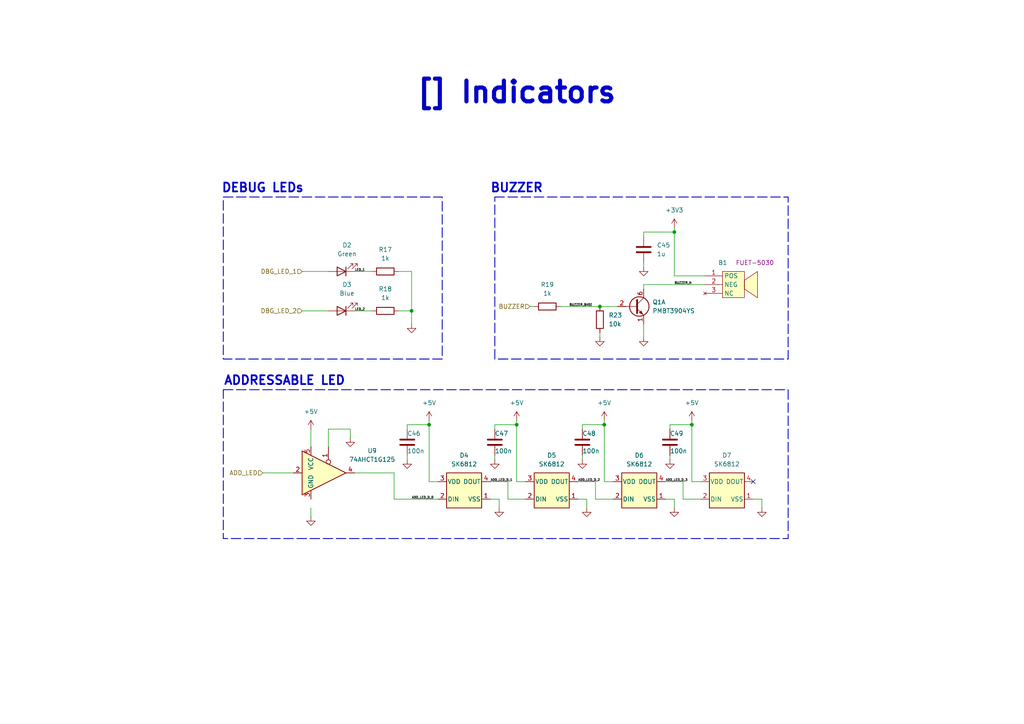
<source format=kicad_sch>
(kicad_sch (version 20250114) (generator "eeschema") (generator_version "9.0")
  (paper "A4")
  (title_block (title "Indicators") (date "2025-12-13") (rev "1.0") (company "Hoppen"))
  (lib_symbols
    (symbol "0_indicators:FUET-5030"
      (property "Reference" "B" (at -5.08 1.27 0))
      (property "Name" "FUET-5030" (at 3.81 1.27 0))
      (symbol "FUET-5030_0_1"
        (rectangle (start -5.08 0) (end 1.27 -7.62) (fill (type background)))
        (polyline (pts (xy 1.27 -2.54) (xy 5.08 0) (xy 5.08 -7.62) (xy 1.27 -5.08) (xy 1.27 -2.54)) (fill (type background)))
      )
      (symbol "FUET-5030_1_1"
        (pin power_in line (at -10.16 -1.27 0) (length 5.08) (name "POS") (number "1"))
        (pin power_in line (at -10.16 -3.81 0) (length 5.08) (name "NEG") (number "2"))
        (pin no_connect line (at -10.16 -6.35 0) (length 5.08) (name "NC") (number "3"))
      )
    )
    (symbol "0_indicators:SK6812" (pin_names (offset 0.254))
      (property "Reference" "D" (at -3.81 6.35 0))
      (property "Value" "SK6812" (at 0 7.62 0))
      (symbol "SK6812_0_1"
        (rectangle (start -5.08 5.08) (end 5.08 -5.08) (stroke (width 0.254)) (fill (type background)))
      )
      (symbol "SK6812_1_1"
        (pin power_in line (at -7.62 2.54 0) (length 2.54) (name "VDD") (number "3"))
        (pin input line (at -7.62 -2.54 0) (length 2.54) (name "DIN") (number "2"))
        (pin output line (at 7.62 2.54 180) (length 2.54) (name "DOUT") (number "4"))
        (pin power_in line (at 7.62 -2.54 180) (length 2.54) (name "VSS") (number "1"))
      )
    )
    (symbol "0_transceivers:74AHCT1G125"
      (property "Reference" "U" (at 3.81 3.81 0))
      (property "Value" "74AHCT1G125" (at 12.7 3.81 0))
      (symbol "74AHCT1G125_0_1"
        (polyline (pts (xy -7.62 6.35) (xy -7.62 -6.35) (xy 5.08 0) (xy -7.62 6.35)) (stroke (width 0.254)) (fill (type background)))
      )
      (symbol "74AHCT1G125_1_1"
        (pin input line (at -10.16 0 0) (length 2.54) (name "~") (number "2"))
        (pin power_in line (at -5.08 7.62 270) (length 2.54) (name "VCC") (number "5"))
        (pin power_in line (at -5.08 -7.62 90) (length 2.54) (name "GND") (number "3"))
        (pin input inverted (at 0 7.62 270) (length 5.08) (name "~") (number "1"))
        (pin tri_state line (at 7.62 0 180) (length 2.54) (name "~") (number "4"))
      )
    )
    (symbol "0_transistors:PMBT3904YS" (pin_names (offset 0) (hide yes))
      (property "Reference" "Q" (at 5.08 1.27 0))
      (property "Value" "PMBT3904YS" (at 5.08 -1.27 0))
      (symbol "PMBT3904YS_0_1"
        (polyline (pts (xy 0.635 1.905) (xy 0.635 -1.905)) (stroke (width 0.508)))
        (polyline (pts (xy 0.635 0.635) (xy 2.54 2.54)))
        (polyline (pts (xy 0.635 0) (xy -2.54 0)))
        (polyline (pts (xy 0.635 -0.635) (xy 2.54 -2.54)))
        (circle (center 1.27 0) (radius 2.8194) (stroke (width 0.254)))
        (polyline (pts (xy 1.27 -1.778) (xy 1.778 -1.27) (xy 2.286 -2.286) (xy 1.27 -1.778)) (fill (type outline)))
      )
      (symbol "PMBT3904YS_1_1"
        (pin input line (at -5.08 0 0) (length 2.54) (name "B1") (number "2"))
        (pin passive line (at 2.54 5.08 270) (length 2.54) (name "C1") (number "6"))
        (pin passive line (at 2.54 -5.08 90) (length 2.54) (name "E1") (number "1"))
      )
      (symbol "PMBT3904YS_2_1"
        (pin input line (at -5.08 0 0) (length 2.54) (name "B2") (number "5"))
        (pin passive line (at 2.54 5.08 270) (length 2.54) (name "C2") (number "3"))
        (pin passive line (at 2.54 -5.08 90) (length 2.54) (name "E2") (number "4"))
      )
    )
    (symbol "Device:C" (pin_numbers (hide yes)) (pin_names (offset 0.254))
      (property "Reference" "C" (at 0.635 2.54 0))
      (property "Value" "C" (at 0.635 -2.54 0))
      (symbol "C_0_1"
        (polyline (pts (xy -2.032 0.762) (xy 2.032 0.762)) (stroke (width 0.508)))
        (polyline (pts (xy -2.032 -0.762) (xy 2.032 -0.762)) (stroke (width 0.508)))
      )
      (symbol "C_1_1"
        (pin passive line (at 0 3.81 270) (length 2.794) (name "~") (number "1"))
        (pin passive line (at 0 -3.81 90) (length 2.794) (name "~") (number "2"))
      )
    )
    (symbol "Device:LED" (pin_numbers (hide yes)) (pin_names (offset 1.016) (hide yes))
      (property "Reference" "D" (at 0 2.54 0))
      (property "Value" "LED" (at 0 -2.54 0))
      (symbol "LED_0_1"
        (polyline (pts (xy -3.048 -0.762) (xy -4.572 -2.286) (xy -3.81 -2.286) (xy -4.572 -2.286) (xy -4.572 -1.524)))
        (polyline (pts (xy -1.778 -0.762) (xy -3.302 -2.286) (xy -2.54 -2.286) (xy -3.302 -2.286) (xy -3.302 -1.524)))
        (polyline (pts (xy -1.27 0) (xy 1.27 0)))
        (polyline (pts (xy -1.27 -1.27) (xy -1.27 1.27)) (stroke (width 0.254)))
        (polyline (pts (xy 1.27 -1.27) (xy 1.27 1.27) (xy -1.27 0) (xy 1.27 -1.27)) (stroke (width 0.254)))
      )
      (symbol "LED_1_1"
        (pin passive line (at -3.81 0 0) (length 2.54) (name "K") (number "1"))
        (pin passive line (at 3.81 0 180) (length 2.54) (name "A") (number "2"))
      )
    )
    (symbol "Device:R" (pin_numbers (hide yes)) (pin_names (offset 0))
      (property "Reference" "R" (at 2.032 0 90))
      (property "Value" "R" (at 0 0 90))
      (symbol "R_0_1"
        (rectangle (start -1.016 -2.54) (end 1.016 2.54) (stroke (width 0.254)))
      )
      (symbol "R_1_1"
        (pin passive line (at 0 3.81 270) (length 1.27) (name "~") (number "1"))
        (pin passive line (at 0 -3.81 90) (length 1.27) (name "~") (number "2"))
      )
    )
    (symbol "power:+3.3V" (power) (pin_numbers (hide yes)) (pin_names (offset 0) (hide yes))
      (property "Value" "+3.3V" (at 0 3.556 0))
      (symbol "+3.3V_0_1"
        (polyline (pts (xy -0.762 1.27) (xy 0 2.54)))
        (polyline (pts (xy 0 2.54) (xy 0.762 1.27)))
        (polyline (pts (xy 0 0) (xy 0 2.54)))
      )
      (symbol "+3.3V_1_1"
        (pin power_in line (at 0 0 90) (length 0) (name "~") (number "1"))
      )
    )
    (symbol "power:GND" (power) (pin_numbers (hide yes)) (pin_names (offset 0) (hide yes))
      (property "Value" "GND" (at 0 -3.81 0))
      (symbol "GND_0_1"
        (polyline (pts (xy 0 0) (xy 0 -1.27) (xy 1.27 -1.27) (xy 0 -2.54) (xy -1.27 -1.27) (xy 0 -1.27)))
      )
      (symbol "GND_1_1"
        (pin power_in line (at 0 0 270) (length 0) (name "~") (number "1"))
      )
    )
  )
  (rectangle (start 143.51 57.15) (end 228.6 104.14) (stroke (width 0.254) (type dash)))
  (rectangle (start 64.77 57.15) (end 128.27 104.14) (stroke (width 0.254) (type dash)))
  (rectangle (start 64.77 113.03) (end 228.6 156.21) (stroke (width 0.254) (type dash)))
  (text "ADDRESSABLE LED" (at 82.55 110.49 0) (effects (font (size 2.54 2.54) (thickness 0.508) (bold yes))))
  (text "DEBUG LEDs" (at 76.2 54.61 0) (effects (font (size 2.54 2.54) (thickness 0.508) (bold yes))))
  (text "BUZZER" (at 149.86 54.61 0) (effects (font (size 2.54 2.54) (thickness 0.508) (bold yes))))
  (text_box "[${#}] ${TITLE}" (at 102.87 20.32 0) (size 93.98 12.7) (margins 4.4999 4.4999 4.4999 4.4999) (stroke (width -0.0001)) (effects (font (size 6 6) (thickness 1.2) (bold yes))))
  (junction (at 175.26 123.19))
  (junction (at 124.46 123.19))
  (junction (at 173.99 88.9))
  (junction (at 195.58 67.31))
  (junction (at 200.66 123.19))
  (junction (at 149.86 123.19))
  (junction (at 119.38 90.17))
  (no_connect (at 218.44 139.7))
  (wire (pts (xy 200.66 123.19) (xy 200.66 121.92)))
  (wire (pts (xy 200.66 139.7) (xy 200.66 123.19)))
  (wire (pts (xy 168.91 123.19) (xy 168.91 124.46)))
  (wire (pts (xy 114.3 137.16) (xy 114.3 144.78)))
  (wire (pts (xy 124.46 139.7) (xy 124.46 123.19)))
  (wire (pts (xy 143.51 123.19) (xy 143.51 124.46)))
  (wire (pts (xy 170.18 144.78) (xy 167.64 144.78)))
  (wire (pts (xy 149.86 123.19) (xy 149.86 139.7)))
  (wire (pts (xy 194.31 132.08) (xy 194.31 133.35)))
  (wire (pts (xy 204.47 80.01) (xy 195.58 80.01)))
  (wire (pts (xy 172.72 144.78) (xy 177.8 144.78)))
  (wire (pts (xy 186.69 68.58) (xy 186.69 67.31)))
  (wire (pts (xy 102.87 78.74) (xy 107.95 78.74)))
  (wire (pts (xy 175.26 121.92) (xy 175.26 123.19)))
  (wire (pts (xy 177.8 139.7) (xy 175.26 139.7)))
  (wire (pts (xy 193.04 139.7) (xy 198.12 139.7)))
  (wire (pts (xy 124.46 123.19) (xy 124.46 121.92)))
  (wire (pts (xy 152.4 139.7) (xy 149.86 139.7)))
  (wire (pts (xy 87.63 90.17) (xy 95.25 90.17)))
  (wire (pts (xy 118.11 123.19) (xy 118.11 124.46)))
  (wire (pts (xy 198.12 144.78) (xy 203.2 144.78)))
  (wire (pts (xy 143.51 132.08) (xy 143.51 133.35)))
  (wire (pts (xy 153.67 88.9) (xy 154.94 88.9)))
  (wire (pts (xy 186.69 82.55) (xy 186.69 83.82)))
  (wire (pts (xy 186.69 67.31) (xy 195.58 67.31)))
  (wire (pts (xy 115.57 90.17) (xy 119.38 90.17)))
  (wire (pts (xy 194.31 123.19) (xy 194.31 124.46)))
  (wire (pts (xy 76.2 137.16) (xy 85.09 137.16)))
  (wire (pts (xy 102.87 90.17) (xy 107.95 90.17)))
  (wire (pts (xy 162.56 88.9) (xy 173.99 88.9)))
  (wire (pts (xy 95.25 124.46) (xy 95.25 129.54)))
  (wire (pts (xy 95.25 124.46) (xy 101.6 124.46)))
  (wire (pts (xy 195.58 144.78) (xy 193.04 144.78)))
  (wire (pts (xy 127 139.7) (xy 124.46 139.7)))
  (wire (pts (xy 168.91 123.19) (xy 175.26 123.19)))
  (wire (pts (xy 195.58 67.31) (xy 195.58 66.04)))
  (wire (pts (xy 143.51 123.19) (xy 149.86 123.19)))
  (wire (pts (xy 173.99 88.9) (xy 179.07 88.9)))
  (wire (pts (xy 172.72 139.7) (xy 172.72 144.78)))
  (wire (pts (xy 142.24 139.7) (xy 147.32 139.7)))
  (wire (pts (xy 149.86 123.19) (xy 149.86 121.92)))
  (wire (pts (xy 203.2 139.7) (xy 200.66 139.7)))
  (wire (pts (xy 218.44 144.78) (xy 220.98 144.78)))
  (wire (pts (xy 194.31 123.19) (xy 200.66 123.19)))
  (wire (pts (xy 102.87 137.16) (xy 114.3 137.16)))
  (wire (pts (xy 90.17 147.32) (xy 90.17 149.86)))
  (wire (pts (xy 195.58 147.32) (xy 195.58 144.78)))
  (wire (pts (xy 175.26 123.19) (xy 175.26 139.7)))
  (wire (pts (xy 90.17 124.46) (xy 90.17 129.54)))
  (wire (pts (xy 119.38 90.17) (xy 119.38 93.98)))
  (wire (pts (xy 115.57 78.74) (xy 119.38 78.74)))
  (wire (pts (xy 147.32 144.78) (xy 152.4 144.78)))
  (wire (pts (xy 119.38 78.74) (xy 119.38 90.17)))
  (wire (pts (xy 168.91 132.08) (xy 168.91 133.35)))
  (wire (pts (xy 87.63 78.74) (xy 95.25 78.74)))
  (wire (pts (xy 220.98 144.78) (xy 220.98 147.32)))
  (wire (pts (xy 186.69 97.79) (xy 186.69 93.98)))
  (wire (pts (xy 167.64 139.7) (xy 172.72 139.7)))
  (wire (pts (xy 195.58 67.31) (xy 195.58 80.01)))
  (wire (pts (xy 170.18 147.32) (xy 170.18 144.78)))
  (wire (pts (xy 173.99 97.79) (xy 173.99 96.52)))
  (wire (pts (xy 118.11 123.19) (xy 124.46 123.19)))
  (wire (pts (xy 144.78 147.32) (xy 144.78 144.78)))
  (wire (pts (xy 147.32 139.7) (xy 147.32 144.78)))
  (wire (pts (xy 198.12 139.7) (xy 198.12 144.78)))
  (wire (pts (xy 144.78 144.78) (xy 142.24 144.78)))
  (wire (pts (xy 101.6 124.46) (xy 101.6 127)))
  (wire (pts (xy 114.3 144.78) (xy 127 144.78)))
  (wire (pts (xy 118.11 132.08) (xy 118.11 133.35)))
  (wire (pts (xy 186.69 82.55) (xy 204.47 82.55)))
  (wire (pts (xy 186.69 76.2) (xy 186.69 77.47)))
  (label "LED_2" (at 102.87 90.17 0) (effects (font (size 0.635 0.635))))
  (label "BUZZER_N" (at 195.58 82.55 0) (effects (font (size 0.635 0.635))))
  (label "ADD_LED_D_2" (at 167.64 139.7 0) (effects (font (size 0.635 0.635))))
  (label "BUZZER_BASE" (at 165.1 88.9 0) (effects (font (size 0.635 0.635))))
  (label "ADD_LED_D_3" (at 193.04 139.7 0) (effects (font (size 0.635 0.635))))
  (label "ADD_LED_D_0" (at 119.38 144.78 0) (effects (font (size 0.635 0.635))))
  (label "ADD_LED_D_1" (at 142.24 139.7 0) (effects (font (size 0.635 0.635))))
  (label "LED_1" (at 102.87 78.74 0) (effects (font (size 0.635 0.635))))
  (hierarchical_label "DBG_LED_1" (shape input) (at 87.63 78.74 180))
  (hierarchical_label "ADD_LED" (shape input) (at 76.2 137.16 180))
  (hierarchical_label "DBG_LED_2" (shape input) (at 87.63 90.17 180))
  (hierarchical_label "BUZZER" (shape input) (at 153.67 88.9 180))
  (symbol (lib_id "power:GND") (at 118.11 133.35 0) (unit 1)
    (property "Reference" "#PWR073" (effects (hide yes)))
    (property "Value" "GND" (effects (hide yes)))
    (property "Description" "Power symbol creates a global label with name \"GND\" , ground" (effects (hide yes)))
  )
  (symbol (lib_id "power:GND") (at 90.17 149.86 0) (unit 1)
    (property "Reference" "#PWR076" (effects (hide yes)))
    (property "Value" "GND" (effects (hide yes)))
    (property "Description" "Power symbol creates a global label with name \"GND\" , ground" (effects (hide yes)))
  )
  (symbol (lib_id "0_transistors:PMBT3904YS") (at 184.15 88.9 0) (unit 1)
    (property "Reference" "Q1" (at 189.23 87.6299 0) (effects (justify left)))
    (property "Value" "PMBT3904YS" (at 189.23 90.1699 0) (effects (justify left)))
    (property "Footprint" "Package_TO_SOT_SMD:SOT-363_SC-70-6" (effects (hide yes)))
    (property "Datasheet" "https://assets.nexperia.com/documents/data-sheet/PMBT3904YS.pdf" (effects (hide yes)))
    (property "Description" "200mA IC, 40V Vce, Dual NPN/NPN Transistors, SOT-363" (effects (hide yes)))
  )
  (symbol (lib_id "0_indicators:SK6812") (at 185.42 142.24 0) (unit 1)
    (property "Reference" "D6" (at 185.42 132.08 0))
    (property "Value" "SK6812" (at 185.42 134.62 0))
    (property "Footprint" "LED_SMD:LED_SK6812_PLCC4_5.0x5.0mm_P3.2mm" (effects (hide yes)))
    (property "Datasheet" "https://cdn-shop.adafruit.com/product-files/1138/SK6812+LED+datasheet+.pdf" (effects (hide yes)))
    (property "Description" "RGB LED with integrated controller" (effects (hide yes)))
  )
  (symbol (lib_id "power:GND") (at 101.6 127 0) (unit 1)
    (property "Reference" "#PWR082" (effects (hide yes)))
    (property "Value" "GND" (effects (hide yes)))
    (property "Description" "Power symbol creates a global label with name \"GND\" , ground" (effects (hide yes)))
  )
  (symbol (lib_id "power:GND") (at 186.69 77.47 0) (unit 1)
    (property "Reference" "#PWR062" (effects (hide yes)))
    (property "Value" "GND" (effects (hide yes)))
    (property "Description" "Power symbol creates a global label with name \"GND\" , ground" (effects (hide yes)))
  )
  (symbol (lib_id "Device:C") (at 143.51 128.27 0) (unit 1)
    (property "Reference" "C47" (at 143.51 125.73 0) (effects (justify left)))
    (property "Value" "100n" (at 143.51 130.81 0) (effects (justify left)))
    (property "Footprint" "0_resistor_smd:R_0603_1608Metric" (effects (hide yes)))
    (property "Description" "Unpolarized capacitor" (effects (hide yes)))
  )
  (symbol (lib_id "Device:LED") (at 99.06 78.74 180) (unit 1)
    (property "Reference" "D2" (at 100.6475 71.12 0))
    (property "Value" "Green" (at 100.6475 73.66 0))
    (property "Description" "Light emitting diode" (effects (hide yes)))
    (property "Sim.Pins" "1=K 2=A" (effects (hide yes)))
  )
  (symbol (lib_id "power:+3.3V") (at 90.17 124.46 0) (unit 1)
    (property "Reference" "#PWR077" (effects (hide yes)))
    (property "Value" "+5V" (at 90.17 119.38 0))
    (property "Description" "Power symbol creates a global label with name \"+3.3V\"" (effects (hide yes)))
  )
  (symbol (lib_id "Device:R") (at 158.75 88.9 90) (unit 1)
    (property "Reference" "R19" (at 158.75 82.55 90))
    (property "Value" "1k" (at 158.75 85.09 90))
    (property "Footprint" "0_resistor_smd:R_0402_1005Metric" (effects (hide yes)))
    (property "Description" "Resistor" (effects (hide yes)))
  )
  (symbol (lib_id "Device:R") (at 111.76 78.74 90) (unit 1)
    (property "Reference" "R17" (at 111.76 72.39 90))
    (property "Value" "1k" (at 111.76 74.93 90))
    (property "Footprint" "0_resistor_smd:R_0402_1005Metric" (effects (hide yes)))
    (property "Description" "Resistor" (effects (hide yes)))
  )
  (symbol (lib_id "power:+3.3V") (at 175.26 121.92 0) (unit 1)
    (property "Reference" "#PWR065" (effects (hide yes)))
    (property "Value" "+5V" (at 175.26 116.84 0))
    (property "Description" "Power symbol creates a global label with name \"+3.3V\"" (effects (hide yes)))
  )
  (symbol (lib_id "0_indicators:SK6812") (at 134.62 142.24 0) (unit 1)
    (property "Reference" "D4" (at 134.62 132.08 0))
    (property "Value" "SK6812" (at 134.62 134.62 0))
    (property "Footprint" "LED_SMD:LED_SK6812_PLCC4_5.0x5.0mm_P3.2mm" (effects (hide yes)))
    (property "Datasheet" "https://cdn-shop.adafruit.com/product-files/1138/SK6812+LED+datasheet+.pdf" (effects (hide yes)))
    (property "Description" "RGB LED with integrated controller" (effects (hide yes)))
  )
  (symbol (lib_id "power:+3.3V") (at 195.58 66.04 0) (unit 1)
    (property "Reference" "#PWR060" (effects (hide yes)))
    (property "Value" "+3V3" (at 195.58 60.96 0))
    (property "Description" "Power symbol creates a global label with name \"+3.3V\"" (effects (hide yes)))
  )
  (symbol (lib_id "Device:LED") (at 99.06 90.17 180) (unit 1)
    (property "Reference" "D3" (at 100.6475 82.55 0))
    (property "Value" "Blue" (at 100.6475 85.09 0))
    (property "Description" "Light emitting diode" (effects (hide yes)))
    (property "Sim.Pins" "1=K 2=A" (effects (hide yes)))
  )
  (symbol (lib_id "power:GND") (at 173.99 97.79 0) (unit 1)
    (property "Reference" "#PWR081" (effects (hide yes)))
    (property "Value" "GND" (effects (hide yes)))
    (property "Description" "Power symbol creates a global label with name \"GND\" , ground" (effects (hide yes)))
  )
  (symbol (lib_id "Device:C") (at 118.11 128.27 0) (unit 1)
    (property "Reference" "C46" (at 118.11 125.73 0) (effects (justify left)))
    (property "Value" "100n" (at 118.11 130.81 0) (effects (justify left)))
    (property "Footprint" "0_resistor_smd:R_0603_1608Metric" (effects (hide yes)))
    (property "Description" "Unpolarized capacitor" (effects (hide yes)))
  )
  (symbol (lib_id "power:GND") (at 186.69 97.79 0) (unit 1)
    (property "Reference" "#PWR063" (effects (hide yes)))
    (property "Value" "GND" (effects (hide yes)))
    (property "Description" "Power symbol creates a global label with name \"GND\" , ground" (effects (hide yes)))
  )
  (symbol (lib_id "power:GND") (at 220.98 147.32 0) (unit 1)
    (property "Reference" "#PWR070" (effects (hide yes)))
    (property "Value" "GND" (effects (hide yes)))
    (property "Description" "Power symbol creates a global label with name \"GND\" , ground" (effects (hide yes)))
  )
  (symbol (lib_id "power:GND") (at 170.18 147.32 0) (unit 1)
    (property "Reference" "#PWR068" (effects (hide yes)))
    (property "Value" "GND" (effects (hide yes)))
    (property "Description" "Power symbol creates a global label with name \"GND\" , ground" (effects (hide yes)))
  )
  (symbol (lib_id "Device:C") (at 186.69 72.39 0) (unit 1)
    (property "Reference" "C45" (at 190.5 71.1199 0) (effects (justify left)))
    (property "Value" "1u" (at 190.5 73.6599 0) (effects (justify left)))
    (property "Footprint" "0_resistor_smd:R_0603_1608Metric" (effects (hide yes)))
    (property "Description" "Unpolarized capacitor" (effects (hide yes)))
  )
  (symbol (lib_id "0_transceivers:74AHCT1G125") (at 95.25 137.16 0) (unit 1)
    (property "Reference" "U9" (at 107.95 130.7398 0))
    (property "Value" "74AHCT1G125" (at 107.95 133.2798 0))
    (property "Datasheet" "http://www.ti.com/lit/sg/scyt129e/scyt129e.pdf" (effects (hide yes)))
    (property "Description" "Single Buffer Gate Tri-State, Low-Voltage CMOS" (effects (hide yes)))
  )
  (symbol (lib_id "Device:C") (at 168.91 128.27 0) (unit 1)
    (property "Reference" "C48" (at 168.91 125.73 0) (effects (justify left)))
    (property "Value" "100n" (at 168.91 130.81 0) (effects (justify left)))
    (property "Footprint" "0_resistor_smd:R_0603_1608Metric" (effects (hide yes)))
    (property "Description" "Unpolarized capacitor" (effects (hide yes)))
  )
  (symbol (lib_id "power:GND") (at 143.51 133.35 0) (unit 1)
    (property "Reference" "#PWR072" (effects (hide yes)))
    (property "Value" "GND" (effects (hide yes)))
    (property "Description" "Power symbol creates a global label with name \"GND\" , ground" (effects (hide yes)))
  )
  (symbol (lib_id "0_indicators:FUET-5030") (at 214.63 78.74 0) (unit 1)
    (property "Reference" "B1" (at 208.28 76.2 0) (effects (justify left)))
    (property "Name" "FUET-5030" (at 213.36 76.2 0) (effects (justify left)))
    (property "LCSC" "C391031" (effects (hide yes)))
  )
  (symbol (lib_id "Device:C") (at 194.31 128.27 0) (unit 1)
    (property "Reference" "C49" (at 194.31 125.73 0) (effects (justify left)))
    (property "Value" "100n" (at 194.31 130.81 0) (effects (justify left)))
    (property "Footprint" "0_resistor_smd:R_0603_1608Metric" (effects (hide yes)))
    (property "Description" "Unpolarized capacitor" (effects (hide yes)))
  )
  (symbol (lib_id "power:+3.3V") (at 149.86 121.92 0) (unit 1)
    (property "Reference" "#PWR064" (effects (hide yes)))
    (property "Value" "+5V" (at 149.86 116.84 0))
    (property "Description" "Power symbol creates a global label with name \"+3.3V\"" (effects (hide yes)))
  )
  (symbol (lib_id "power:+3.3V") (at 124.46 121.92 0) (unit 1)
    (property "Reference" "#PWR071" (effects (hide yes)))
    (property "Value" "+5V" (at 124.46 116.84 0))
    (property "Description" "Power symbol creates a global label with name \"+3.3V\"" (effects (hide yes)))
  )
  (symbol (lib_id "0_indicators:SK6812") (at 160.02 142.24 0) (unit 1)
    (property "Reference" "D5" (at 160.02 132.08 0))
    (property "Value" "SK6812" (at 160.02 134.62 0))
    (property "Footprint" "LED_SMD:LED_SK6812_PLCC4_5.0x5.0mm_P3.2mm" (effects (hide yes)))
    (property "Datasheet" "https://cdn-shop.adafruit.com/product-files/1138/SK6812+LED+datasheet+.pdf" (effects (hide yes)))
    (property "Description" "RGB LED with integrated controller" (effects (hide yes)))
  )
  (symbol (lib_id "power:GND") (at 144.78 147.32 0) (unit 1)
    (property "Reference" "#PWR067" (effects (hide yes)))
    (property "Value" "GND" (effects (hide yes)))
    (property "Description" "Power symbol creates a global label with name \"GND\" , ground" (effects (hide yes)))
  )
  (symbol (lib_id "power:GND") (at 119.38 93.98 0) (unit 1)
    (property "Reference" "#PWR061" (effects (hide yes)))
    (property "Value" "GND" (effects (hide yes)))
    (property "Description" "Power symbol creates a global label with name \"GND\" , ground" (effects (hide yes)))
  )
  (symbol (lib_id "power:+3.3V") (at 200.66 121.92 0) (unit 1)
    (property "Reference" "#PWR066" (effects (hide yes)))
    (property "Value" "+5V" (at 200.66 116.84 0))
    (property "Description" "Power symbol creates a global label with name \"+3.3V\"" (effects (hide yes)))
  )
  (symbol (lib_id "0_indicators:SK6812") (at 210.82 142.24 0) (unit 1)
    (property "Reference" "D7" (at 210.82 132.08 0))
    (property "Value" "SK6812" (at 210.82 134.62 0))
    (property "Footprint" "LED_SMD:LED_SK6812_PLCC4_5.0x5.0mm_P3.2mm" (effects (hide yes)))
    (property "Datasheet" "https://cdn-shop.adafruit.com/product-files/1138/SK6812+LED+datasheet+.pdf" (effects (hide yes)))
    (property "Description" "RGB LED with integrated controller" (effects (hide yes)))
  )
  (symbol (lib_id "Device:R") (at 173.99 92.71 180) (unit 1)
    (property "Reference" "R23" (at 176.53 91.4399 0) (effects (justify right)))
    (property "Value" "10k" (at 176.53 93.9799 0) (effects (justify right)))
    (property "Footprint" "0_resistor_smd:R_0402_1005Metric" (effects (hide yes)))
    (property "Description" "Resistor" (effects (hide yes)))
  )
  (symbol (lib_id "power:GND") (at 168.91 133.35 0) (unit 1)
    (property "Reference" "#PWR074" (effects (hide yes)))
    (property "Value" "GND" (effects (hide yes)))
    (property "Description" "Power symbol creates a global label with name \"GND\" , ground" (effects (hide yes)))
  )
  (symbol (lib_id "power:GND") (at 195.58 147.32 0) (unit 1)
    (property "Reference" "#PWR069" (effects (hide yes)))
    (property "Value" "GND" (effects (hide yes)))
    (property "Description" "Power symbol creates a global label with name \"GND\" , ground" (effects (hide yes)))
  )
  (symbol (lib_id "Device:R") (at 111.76 90.17 90) (unit 1)
    (property "Reference" "R18" (at 111.76 83.82 90))
    (property "Value" "1k" (at 111.76 86.36 90))
    (property "Footprint" "0_resistor_smd:R_0402_1005Metric" (effects (hide yes)))
    (property "Description" "Resistor" (effects (hide yes)))
  )
  (symbol (lib_id "power:GND") (at 194.31 133.35 0) (unit 1)
    (property "Reference" "#PWR075" (effects (hide yes)))
    (property "Value" "GND" (effects (hide yes)))
    (property "Description" "Power symbol creates a global label with name \"GND\" , ground" (effects (hide yes)))
  )
)
</source>
